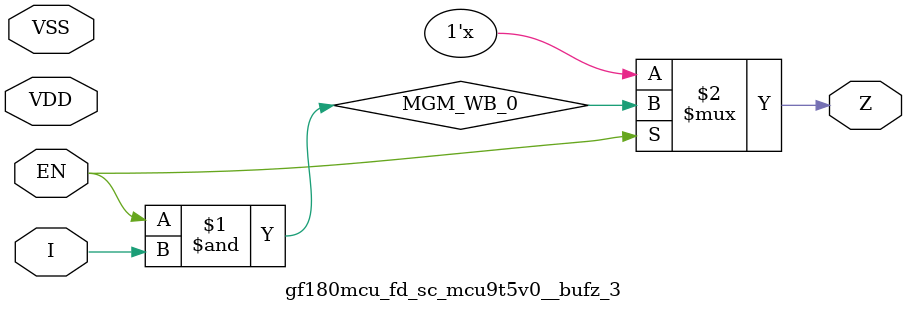
<source format=v>

module gf180mcu_fd_sc_mcu9t5v0__bufz_3( EN, I, Z, VDD, VSS );
input EN, I;
inout VDD, VSS;
output Z;

	wire MGM_WB_0;

	wire MGM_WB_1;

	and MGM_BG_0( MGM_WB_0, EN, I );

	not MGM_BG_1( MGM_WB_1, EN );

	bufif0 MGM_BG_2( Z, MGM_WB_0,MGM_WB_1 );

endmodule

</source>
